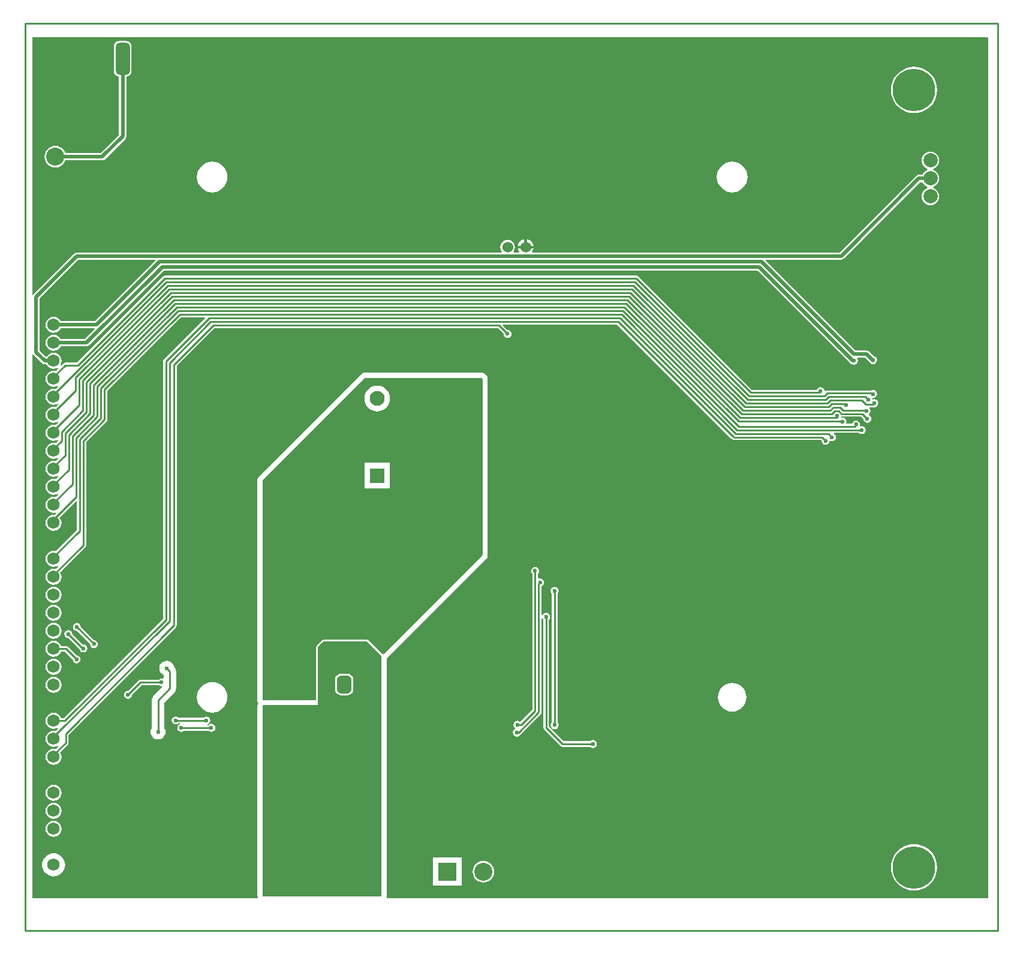
<source format=gbl>
G04*
G04 #@! TF.GenerationSoftware,Altium Limited,CircuitStudio,1.5.2 (30)*
G04*
G04 Layer_Physical_Order=2*
G04 Layer_Color=12500520*
%FSLAX44Y44*%
%MOMM*%
G71*
G01*
G75*
%ADD26C,0.2540*%
%ADD27C,0.5000*%
%ADD29C,0.2500*%
%ADD30R,2.5400X2.5400*%
%ADD31C,2.5400*%
%ADD32C,6.0000*%
%ADD33O,2.5400X3.1750*%
%ADD34R,2.5400X2.5400*%
%ADD35C,4.0000*%
%ADD36C,2.0000*%
G04:AMPARAMS|DCode=37|XSize=2mm|YSize=4mm|CornerRadius=0.5mm|HoleSize=0mm|Usage=FLASHONLY|Rotation=180.000|XOffset=0mm|YOffset=0mm|HoleType=Round|Shape=RoundedRectangle|*
%AMROUNDEDRECTD37*
21,1,2.0000,3.0000,0,0,180.0*
21,1,1.0000,4.0000,0,0,180.0*
1,1,1.0000,-0.5000,1.5000*
1,1,1.0000,0.5000,1.5000*
1,1,1.0000,0.5000,-1.5000*
1,1,1.0000,-0.5000,-1.5000*
%
%ADD37ROUNDEDRECTD37*%
G04:AMPARAMS|DCode=38|XSize=2mm|YSize=4.5mm|CornerRadius=0.5mm|HoleSize=0mm|Usage=FLASHONLY|Rotation=0.000|XOffset=0mm|YOffset=0mm|HoleType=Round|Shape=RoundedRectangle|*
%AMROUNDEDRECTD38*
21,1,2.0000,3.5000,0,0,0.0*
21,1,1.0000,4.5000,0,0,0.0*
1,1,1.0000,0.5000,-1.7500*
1,1,1.0000,-0.5000,-1.7500*
1,1,1.0000,-0.5000,1.7500*
1,1,1.0000,0.5000,1.7500*
%
%ADD38ROUNDEDRECTD38*%
G04:AMPARAMS|DCode=39|XSize=2mm|YSize=4mm|CornerRadius=0.5mm|HoleSize=0mm|Usage=FLASHONLY|Rotation=90.000|XOffset=0mm|YOffset=0mm|HoleType=Round|Shape=RoundedRectangle|*
%AMROUNDEDRECTD39*
21,1,2.0000,3.0000,0,0,90.0*
21,1,1.0000,4.0000,0,0,90.0*
1,1,1.0000,1.5000,0.5000*
1,1,1.0000,1.5000,-0.5000*
1,1,1.0000,-1.5000,-0.5000*
1,1,1.0000,-1.5000,0.5000*
%
%ADD39ROUNDEDRECTD39*%
G04:AMPARAMS|DCode=40|XSize=2mm|YSize=2.5mm|CornerRadius=0.5mm|HoleSize=0mm|Usage=FLASHONLY|Rotation=0.000|XOffset=0mm|YOffset=0mm|HoleType=Round|Shape=RoundedRectangle|*
%AMROUNDEDRECTD40*
21,1,2.0000,1.5000,0,0,0.0*
21,1,1.0000,2.5000,0,0,0.0*
1,1,1.0000,0.5000,-0.7500*
1,1,1.0000,-0.5000,-0.7500*
1,1,1.0000,-0.5000,0.7500*
1,1,1.0000,0.5000,0.7500*
%
%ADD40ROUNDEDRECTD40*%
%ADD41O,2.0000X2.5000*%
%ADD42C,2.1000*%
%ADD43R,2.1000X2.1000*%
%ADD44C,1.5240*%
%ADD45C,1.7500*%
%ADD46C,0.6000*%
G36*
X2104600Y1808406D02*
X2104600Y1468800D01*
X1937798Y1468800D01*
X1936900Y1469698D01*
X1936900Y1738302D01*
X1937798Y1739200D01*
X2014900Y1739200D01*
X2014900Y1820806D01*
X2022994Y1828900D01*
X2084106Y1828900D01*
X2104600Y1808406D01*
D02*
G37*
G36*
X2961500Y2680102D02*
X2961500Y1466000D01*
X2112776D01*
X2111963Y1467270D01*
X2112165Y1468800D01*
X2112165Y1805090D01*
X2112569Y1805378D01*
X2112657Y1805485D01*
X2112768Y1805570D01*
X2251998Y1944800D01*
X2252300Y1945193D01*
X2252651Y1945544D01*
X2252939Y1945920D01*
X2253187Y1946350D01*
X2253201Y1946367D01*
X2253209Y1946387D01*
X2253927Y1947630D01*
X2254299Y1949018D01*
X2254307Y1949038D01*
X2254310Y1949059D01*
X2254438Y1949538D01*
X2254500Y1950008D01*
Y1950504D01*
X2254565Y1950996D01*
X2254565Y2199106D01*
X2254500Y2199598D01*
Y2200094D01*
X2254438Y2200564D01*
X2254310Y2201043D01*
X2254307Y2201064D01*
X2254299Y2201084D01*
X2253927Y2202471D01*
X2253927Y2202471D01*
Y2202471D01*
X2253209Y2203715D01*
X2253201Y2203735D01*
X2253188Y2203752D01*
X2252939Y2204182D01*
X2252651Y2204558D01*
X2252300Y2204908D01*
X2251998Y2205302D01*
X2251802Y2205499D01*
X2251408Y2205800D01*
X2251058Y2206151D01*
X2250681Y2206440D01*
X2250252Y2206687D01*
X2250235Y2206701D01*
X2250215Y2206709D01*
X2248971Y2207427D01*
X2247584Y2207799D01*
X2247564Y2207807D01*
X2247543Y2207810D01*
X2247064Y2207938D01*
X2246594Y2208000D01*
X2246098D01*
X2245606Y2208065D01*
X2081496D01*
X2081004Y2208000D01*
X2080508D01*
X2080038Y2207938D01*
X2079559Y2207810D01*
X2079538Y2207807D01*
X2079518Y2207799D01*
X2078131Y2207427D01*
X2077505Y2207066D01*
X2076887Y2206709D01*
X2076867Y2206701D01*
X2076850Y2206687D01*
X2076420Y2206440D01*
X2076044Y2206151D01*
X2075694Y2205800D01*
X2075300Y2205499D01*
X2003401Y2133599D01*
X1931501Y2061700D01*
X1931200Y2061306D01*
X1930849Y2060956D01*
X1930560Y2060580D01*
X1930560Y2060580D01*
X1930560Y2060580D01*
X1930312Y2060150D01*
X1930299Y2060133D01*
X1930291Y2060113D01*
X1929935Y2059496D01*
X1929573Y2058869D01*
Y2058869D01*
X1929573Y2058869D01*
X1929201Y2057482D01*
X1929193Y2057462D01*
X1929190Y2057441D01*
X1929062Y2056962D01*
X1929000Y2056492D01*
Y2055996D01*
X1928935Y2055504D01*
X1928935Y1746898D01*
X1929193Y1744940D01*
X1929414Y1744406D01*
X1929948Y1743116D01*
X1930544Y1742339D01*
X1930349Y1742084D01*
X1929814Y1740794D01*
X1929593Y1740260D01*
X1929335Y1738302D01*
X1929335Y1469698D01*
X1929593Y1467740D01*
X1929814Y1467206D01*
X1929876Y1467056D01*
X1929171Y1466000D01*
X1612398D01*
X1611500Y1466898D01*
X1611500Y2233873D01*
X1612770Y2234259D01*
X1613366Y2233366D01*
X1625666Y2221066D01*
X1627333Y2219952D01*
X1629300Y2219561D01*
X1631408D01*
X1631638Y2219006D01*
X1633448Y2216648D01*
X1635806Y2214838D01*
X1638553Y2213700D01*
X1641500Y2213312D01*
X1644447Y2213700D01*
X1647194Y2214838D01*
X1647429Y2215018D01*
X1648268Y2214062D01*
X1644488Y2210282D01*
X1644447Y2210299D01*
X1641500Y2210687D01*
X1638553Y2210299D01*
X1635806Y2209162D01*
X1633448Y2207352D01*
X1631638Y2204993D01*
X1630500Y2202247D01*
X1630112Y2199300D01*
X1630500Y2196353D01*
X1631638Y2193606D01*
X1633448Y2191248D01*
X1635806Y2189438D01*
X1638553Y2188300D01*
X1641500Y2187912D01*
X1644447Y2188300D01*
X1647194Y2189438D01*
X1647429Y2189619D01*
X1648268Y2188662D01*
X1644488Y2184882D01*
X1644447Y2184899D01*
X1641500Y2185287D01*
X1638553Y2184899D01*
X1635806Y2183762D01*
X1633448Y2181952D01*
X1631638Y2179594D01*
X1630500Y2176847D01*
X1630112Y2173900D01*
X1630500Y2170953D01*
X1631638Y2168206D01*
X1633448Y2165848D01*
X1635806Y2164038D01*
X1638553Y2162900D01*
X1641500Y2162512D01*
X1644447Y2162900D01*
X1647194Y2164038D01*
X1647429Y2164218D01*
X1648268Y2163262D01*
X1644488Y2159482D01*
X1644447Y2159499D01*
X1641500Y2159887D01*
X1638553Y2159499D01*
X1635806Y2158362D01*
X1633448Y2156552D01*
X1631638Y2154194D01*
X1630500Y2151447D01*
X1630112Y2148500D01*
X1630500Y2145553D01*
X1631638Y2142806D01*
X1633448Y2140448D01*
X1635806Y2138638D01*
X1638553Y2137500D01*
X1641500Y2137112D01*
X1644447Y2137500D01*
X1647194Y2138638D01*
X1647429Y2138819D01*
X1648268Y2137862D01*
X1644488Y2134082D01*
X1644447Y2134099D01*
X1641500Y2134487D01*
X1638553Y2134099D01*
X1635806Y2132962D01*
X1633448Y2131152D01*
X1631638Y2128793D01*
X1630500Y2126047D01*
X1630112Y2123100D01*
X1630500Y2120153D01*
X1631638Y2117406D01*
X1633448Y2115048D01*
X1635806Y2113238D01*
X1638553Y2112100D01*
X1641500Y2111712D01*
X1644447Y2112100D01*
X1647194Y2113238D01*
X1647429Y2113418D01*
X1648268Y2112462D01*
X1644488Y2108682D01*
X1644447Y2108699D01*
X1641500Y2109087D01*
X1638553Y2108699D01*
X1635806Y2107562D01*
X1633448Y2105752D01*
X1631638Y2103394D01*
X1630500Y2100647D01*
X1630112Y2097700D01*
X1630500Y2094753D01*
X1631638Y2092006D01*
X1633448Y2089648D01*
X1635806Y2087838D01*
X1638553Y2086700D01*
X1641500Y2086312D01*
X1644447Y2086700D01*
X1647194Y2087838D01*
X1647429Y2088018D01*
X1648268Y2087062D01*
X1644488Y2083282D01*
X1644447Y2083299D01*
X1641500Y2083687D01*
X1638553Y2083299D01*
X1635806Y2082162D01*
X1633448Y2080352D01*
X1631638Y2077993D01*
X1630500Y2075247D01*
X1630112Y2072300D01*
X1630500Y2069353D01*
X1631638Y2066606D01*
X1633448Y2064248D01*
X1635806Y2062438D01*
X1638553Y2061300D01*
X1641500Y2060912D01*
X1644447Y2061300D01*
X1647194Y2062438D01*
X1647429Y2062619D01*
X1648268Y2061662D01*
X1644488Y2057882D01*
X1644447Y2057899D01*
X1641500Y2058287D01*
X1638553Y2057899D01*
X1635806Y2056762D01*
X1633448Y2054952D01*
X1631638Y2052594D01*
X1630500Y2049847D01*
X1630112Y2046900D01*
X1630500Y2043953D01*
X1631638Y2041206D01*
X1633448Y2038848D01*
X1635806Y2037038D01*
X1638553Y2035900D01*
X1641500Y2035512D01*
X1644447Y2035900D01*
X1647194Y2037038D01*
X1647429Y2037218D01*
X1648268Y2036262D01*
X1644488Y2032482D01*
X1644447Y2032499D01*
X1641500Y2032887D01*
X1638553Y2032499D01*
X1635806Y2031362D01*
X1633448Y2029552D01*
X1631638Y2027193D01*
X1630500Y2024447D01*
X1630112Y2021500D01*
X1630500Y2018553D01*
X1631638Y2015806D01*
X1633448Y2013448D01*
X1635806Y2011638D01*
X1638553Y2010500D01*
X1641500Y2010112D01*
X1644020Y2010444D01*
X1644614Y2009242D01*
X1642701Y2007329D01*
X1641500Y2007487D01*
X1638553Y2007099D01*
X1635806Y2005962D01*
X1633448Y2004152D01*
X1631638Y2001794D01*
X1630500Y1999047D01*
X1630112Y1996100D01*
X1630500Y1993153D01*
X1631638Y1990406D01*
X1633448Y1988048D01*
X1635806Y1986238D01*
X1638553Y1985100D01*
X1641500Y1984712D01*
X1644447Y1985100D01*
X1647194Y1986238D01*
X1649552Y1988048D01*
X1651362Y1990406D01*
X1652499Y1993153D01*
X1652887Y1996100D01*
X1652499Y1999047D01*
X1651362Y2001794D01*
X1649969Y2003609D01*
X1673362Y2027003D01*
X1674535Y2026517D01*
Y1986329D01*
X1644488Y1956282D01*
X1644447Y1956299D01*
X1641500Y1956687D01*
X1638553Y1956299D01*
X1635806Y1955162D01*
X1633448Y1953352D01*
X1631638Y1950993D01*
X1630500Y1948247D01*
X1630112Y1945300D01*
X1630500Y1942353D01*
X1631638Y1939606D01*
X1633448Y1937248D01*
X1635806Y1935438D01*
X1638553Y1934300D01*
X1641500Y1933912D01*
X1644447Y1934300D01*
X1647194Y1935438D01*
X1647429Y1935618D01*
X1648268Y1934662D01*
X1644488Y1930882D01*
X1644447Y1930899D01*
X1641500Y1931287D01*
X1638553Y1930899D01*
X1635806Y1929762D01*
X1633448Y1927952D01*
X1631638Y1925594D01*
X1630500Y1922847D01*
X1630112Y1919900D01*
X1630500Y1916953D01*
X1631638Y1914206D01*
X1633448Y1911848D01*
X1635806Y1910038D01*
X1638553Y1908900D01*
X1641500Y1908512D01*
X1644447Y1908900D01*
X1647194Y1910038D01*
X1649552Y1911848D01*
X1651362Y1914206D01*
X1652499Y1916953D01*
X1652887Y1919900D01*
X1652499Y1922847D01*
X1651362Y1925594D01*
X1650852Y1926258D01*
X1686247Y1961653D01*
X1687089Y1962913D01*
X1687385Y1964400D01*
Y2110391D01*
X1716247Y2139253D01*
X1717089Y2140513D01*
X1717385Y2142000D01*
Y2182549D01*
X1821191Y2286355D01*
X1855334D01*
X1855820Y2285182D01*
X1797283Y2226645D01*
X1796441Y2225385D01*
X1796145Y2223898D01*
Y1861123D01*
X1655607Y1720585D01*
X1652111D01*
X1651362Y1722393D01*
X1649552Y1724752D01*
X1647194Y1726562D01*
X1644447Y1727699D01*
X1641500Y1728087D01*
X1638553Y1727699D01*
X1635806Y1726562D01*
X1633448Y1724752D01*
X1631638Y1722393D01*
X1630500Y1719647D01*
X1630112Y1716700D01*
X1630500Y1713753D01*
X1631638Y1711006D01*
X1633448Y1708648D01*
X1635806Y1706838D01*
X1638553Y1705700D01*
X1641500Y1705312D01*
X1644447Y1705700D01*
X1647194Y1706838D01*
X1647429Y1707018D01*
X1648268Y1706062D01*
X1644488Y1702282D01*
X1644447Y1702299D01*
X1641500Y1702687D01*
X1638553Y1702299D01*
X1635806Y1701162D01*
X1633448Y1699352D01*
X1631638Y1696994D01*
X1630500Y1694247D01*
X1630112Y1691300D01*
X1630500Y1688353D01*
X1631638Y1685606D01*
X1633448Y1683248D01*
X1635806Y1681438D01*
X1638553Y1680300D01*
X1641500Y1679912D01*
X1644447Y1680300D01*
X1647194Y1681438D01*
X1647429Y1681618D01*
X1648268Y1680662D01*
X1644488Y1676882D01*
X1644447Y1676899D01*
X1641500Y1677287D01*
X1638553Y1676899D01*
X1635806Y1675762D01*
X1633448Y1673952D01*
X1631638Y1671593D01*
X1630500Y1668847D01*
X1630112Y1665900D01*
X1630500Y1662953D01*
X1631638Y1660206D01*
X1633448Y1657848D01*
X1635806Y1656038D01*
X1638553Y1654900D01*
X1641500Y1654512D01*
X1644447Y1654900D01*
X1647194Y1656038D01*
X1649552Y1657848D01*
X1651362Y1660206D01*
X1652499Y1662953D01*
X1652887Y1665900D01*
X1652499Y1668847D01*
X1651362Y1671593D01*
X1650852Y1672258D01*
X1661653Y1683059D01*
X1662495Y1684320D01*
X1662791Y1685806D01*
Y1697047D01*
X1814247Y1848503D01*
X1815089Y1849763D01*
X1815385Y1851250D01*
Y2217891D01*
X1868609Y2271115D01*
X2268641D01*
X2276877Y2262879D01*
X2276851Y2262750D01*
X2277281Y2260588D01*
X2278506Y2258756D01*
X2280338Y2257531D01*
X2282500Y2257101D01*
X2284662Y2257531D01*
X2286494Y2258756D01*
X2287718Y2260588D01*
X2288148Y2262750D01*
X2287718Y2264911D01*
X2286494Y2266744D01*
X2284662Y2267968D01*
X2282500Y2268398D01*
X2282371Y2268373D01*
X2275722Y2275022D01*
X2276208Y2276195D01*
X2436811D01*
X2596953Y2116053D01*
X2598214Y2115211D01*
X2598710Y2115112D01*
X2599809Y2114013D01*
X2601069Y2113171D01*
X2602556Y2112875D01*
X2724965D01*
X2725851Y2112000D01*
X2726281Y2109838D01*
X2727506Y2108006D01*
X2729338Y2106781D01*
X2731500Y2106351D01*
X2733661Y2106781D01*
X2735494Y2108006D01*
X2736719Y2109838D01*
X2736982Y2111161D01*
X2738338Y2111781D01*
X2740500Y2111351D01*
X2742662Y2111781D01*
X2744494Y2113006D01*
X2745719Y2114838D01*
X2746148Y2117000D01*
X2745719Y2119162D01*
X2744494Y2120994D01*
X2743340Y2121765D01*
X2743725Y2123035D01*
X2778486D01*
X2778506Y2123006D01*
X2780338Y2121781D01*
X2782500Y2121351D01*
X2784662Y2121781D01*
X2786494Y2123006D01*
X2787719Y2124838D01*
X2788148Y2127000D01*
X2787719Y2129162D01*
X2786494Y2130994D01*
X2784662Y2132218D01*
X2782500Y2132648D01*
X2780810Y2132312D01*
X2780725Y2132354D01*
X2779854Y2133225D01*
X2779812Y2133310D01*
X2780149Y2135000D01*
X2779719Y2137162D01*
X2778494Y2138994D01*
X2776662Y2140219D01*
X2774500Y2140648D01*
X2772338Y2140219D01*
X2770506Y2138994D01*
X2769281Y2137162D01*
X2769027Y2135885D01*
X2761492D01*
X2760782Y2137155D01*
X2761148Y2139000D01*
X2760719Y2141162D01*
X2759494Y2142994D01*
X2757662Y2144218D01*
X2755500Y2144648D01*
X2754909Y2144531D01*
X2753882Y2145463D01*
X2754131Y2146115D01*
X2781891D01*
X2784877Y2143129D01*
X2784851Y2143000D01*
X2785281Y2140838D01*
X2786506Y2139006D01*
X2788338Y2137781D01*
X2790500Y2137352D01*
X2792662Y2137781D01*
X2794494Y2139006D01*
X2795719Y2140838D01*
X2796148Y2143000D01*
X2795719Y2145162D01*
X2794494Y2146994D01*
X2792883Y2148070D01*
X2792706Y2148987D01*
X2792735Y2149499D01*
X2793494Y2150006D01*
X2794719Y2151838D01*
X2795149Y2154000D01*
X2794719Y2156162D01*
X2793494Y2157994D01*
X2793432Y2158035D01*
X2793818Y2159305D01*
X2798690D01*
X2799711Y2159508D01*
X2800500Y2159352D01*
X2802662Y2159781D01*
X2804494Y2161006D01*
X2805718Y2162838D01*
X2806148Y2165000D01*
X2805718Y2167162D01*
X2804494Y2168994D01*
X2802662Y2170219D01*
X2800500Y2170648D01*
X2798926Y2170335D01*
X2797630Y2171157D01*
X2797610Y2171266D01*
X2798500Y2172352D01*
X2800662Y2172781D01*
X2802494Y2174006D01*
X2803719Y2175838D01*
X2804149Y2178000D01*
X2803719Y2180162D01*
X2802494Y2181994D01*
X2800662Y2183219D01*
X2798500Y2183649D01*
X2796339Y2183219D01*
X2796153Y2183095D01*
X2734158D01*
X2732672Y2182799D01*
X2731411Y2181957D01*
X2731318Y2181863D01*
X2730067Y2182409D01*
X2729719Y2184162D01*
X2728494Y2185994D01*
X2726662Y2187218D01*
X2724500Y2187648D01*
X2722338Y2187218D01*
X2720506Y2185994D01*
X2719281Y2184162D01*
X2719178Y2183645D01*
X2627375D01*
X2467233Y2343787D01*
X2465973Y2344629D01*
X2464486Y2344924D01*
X1798540D01*
X1797053Y2344629D01*
X1795793Y2343787D01*
X1674281Y2222275D01*
X1658090D01*
X1656603Y2221979D01*
X1655343Y2221137D01*
X1652138Y2217932D01*
X1651181Y2218771D01*
X1651362Y2219006D01*
X1652499Y2221753D01*
X1652887Y2224700D01*
X1652499Y2227647D01*
X1651362Y2230394D01*
X1649552Y2232752D01*
X1647194Y2234562D01*
X1644447Y2235699D01*
X1641500Y2236087D01*
X1638553Y2235699D01*
X1635806Y2234562D01*
X1633448Y2232752D01*
X1632086Y2230977D01*
X1630518Y2230748D01*
X1622139Y2239128D01*
Y2312871D01*
X1676628Y2367361D01*
X1784935D01*
X1785421Y2366188D01*
X1699872Y2280639D01*
X1651591D01*
X1651362Y2281194D01*
X1649552Y2283552D01*
X1647194Y2285362D01*
X1644447Y2286499D01*
X1641500Y2286887D01*
X1638553Y2286499D01*
X1635806Y2285362D01*
X1633448Y2283552D01*
X1631638Y2281194D01*
X1630500Y2278447D01*
X1630112Y2275500D01*
X1630500Y2272553D01*
X1631638Y2269806D01*
X1633448Y2267448D01*
X1635806Y2265638D01*
X1638553Y2264500D01*
X1641500Y2264112D01*
X1644447Y2264500D01*
X1647194Y2265638D01*
X1649552Y2267448D01*
X1651362Y2269806D01*
X1651592Y2270361D01*
X1698935D01*
X1699421Y2269188D01*
X1685471Y2255239D01*
X1651591D01*
X1651362Y2255793D01*
X1649552Y2258152D01*
X1647194Y2259962D01*
X1644447Y2261099D01*
X1641500Y2261487D01*
X1638553Y2261099D01*
X1635806Y2259962D01*
X1633448Y2258152D01*
X1631638Y2255793D01*
X1630500Y2253047D01*
X1630112Y2250100D01*
X1630500Y2247153D01*
X1631638Y2244406D01*
X1633448Y2242048D01*
X1635806Y2240238D01*
X1638553Y2239100D01*
X1641500Y2238712D01*
X1644447Y2239100D01*
X1647194Y2240238D01*
X1649552Y2242048D01*
X1651362Y2244406D01*
X1651592Y2244961D01*
X1687600D01*
X1689566Y2245352D01*
X1691234Y2246466D01*
X1797048Y2352281D01*
X2635615D01*
X2766530Y2221366D01*
X2768197Y2220252D01*
X2768819Y2220129D01*
X2769338Y2219781D01*
X2771500Y2219352D01*
X2773661Y2219781D01*
X2775494Y2221006D01*
X2776719Y2222838D01*
X2777148Y2225000D01*
X2776719Y2227162D01*
X2776331Y2227741D01*
X2776930Y2228861D01*
X2787372D01*
X2794866Y2221366D01*
X2796534Y2220252D01*
X2798500Y2219861D01*
X2800467Y2220252D01*
X2802133Y2221366D01*
X2803248Y2223033D01*
X2803276Y2223176D01*
X2803719Y2223838D01*
X2804149Y2226000D01*
X2803719Y2228162D01*
X2802494Y2229994D01*
X2800662Y2231219D01*
X2799272Y2231495D01*
X2793134Y2237634D01*
X2791466Y2238748D01*
X2789500Y2239139D01*
X2773955D01*
X2646906Y2366188D01*
X2647392Y2367361D01*
X2753500D01*
X2755466Y2367752D01*
X2757133Y2368866D01*
X2865128Y2476861D01*
X2868055D01*
X2868546Y2475676D01*
X2870556Y2473056D01*
X2873176Y2471046D01*
X2875733Y2469987D01*
Y2468613D01*
X2873176Y2467554D01*
X2870556Y2465544D01*
X2868546Y2462924D01*
X2867283Y2459874D01*
X2866852Y2456600D01*
X2867283Y2453326D01*
X2868546Y2450276D01*
X2870556Y2447656D01*
X2873176Y2445646D01*
X2876227Y2444383D01*
X2879500Y2443952D01*
X2882774Y2444383D01*
X2885824Y2445646D01*
X2888444Y2447656D01*
X2890454Y2450276D01*
X2891717Y2453326D01*
X2892148Y2456600D01*
X2891717Y2459874D01*
X2890454Y2462924D01*
X2888444Y2465544D01*
X2885824Y2467554D01*
X2883268Y2468613D01*
Y2469987D01*
X2885824Y2471046D01*
X2888444Y2473056D01*
X2890454Y2475676D01*
X2891717Y2478726D01*
X2892148Y2482000D01*
X2891717Y2485274D01*
X2890454Y2488324D01*
X2888444Y2490944D01*
X2885824Y2492954D01*
X2883268Y2494013D01*
Y2495387D01*
X2885824Y2496446D01*
X2888444Y2498456D01*
X2890454Y2501076D01*
X2891717Y2504126D01*
X2892148Y2507400D01*
X2891717Y2510674D01*
X2890454Y2513724D01*
X2888444Y2516344D01*
X2885824Y2518354D01*
X2882774Y2519617D01*
X2879500Y2520048D01*
X2876227Y2519617D01*
X2873176Y2518354D01*
X2870556Y2516344D01*
X2868546Y2513724D01*
X2867283Y2510674D01*
X2866852Y2507400D01*
X2867283Y2504126D01*
X2868546Y2501076D01*
X2870556Y2498456D01*
X2873176Y2496446D01*
X2875733Y2495387D01*
Y2494013D01*
X2873176Y2492954D01*
X2870556Y2490944D01*
X2868546Y2488324D01*
X2868055Y2487139D01*
X2863000D01*
X2861034Y2486748D01*
X2859366Y2485634D01*
X2751371Y2377639D01*
X2317612D01*
X2317050Y2378778D01*
X2317713Y2379642D01*
X2318834Y2382347D01*
X2318985Y2383500D01*
X2308000D01*
X2297014D01*
X2297166Y2382347D01*
X2298287Y2379642D01*
X2298950Y2378778D01*
X2298388Y2377639D01*
X2291167D01*
X2290540Y2378909D01*
X2291475Y2380126D01*
X2292498Y2382598D01*
X2292848Y2385250D01*
X2292498Y2387902D01*
X2291475Y2390374D01*
X2289846Y2392496D01*
X2287724Y2394125D01*
X2285252Y2395148D01*
X2282600Y2395497D01*
X2279948Y2395148D01*
X2277476Y2394125D01*
X2275354Y2392496D01*
X2273725Y2390374D01*
X2272701Y2387902D01*
X2272352Y2385250D01*
X2272701Y2382598D01*
X2273725Y2380126D01*
X2274659Y2378909D01*
X2274033Y2377639D01*
X1674500D01*
X1672533Y2377247D01*
X1670866Y2376134D01*
X1613366Y2318634D01*
X1612770Y2317741D01*
X1611500Y2318126D01*
X1611500Y2681000D01*
X2960602D01*
X2961500Y2680102D01*
D02*
G37*
G36*
X2246076Y2200438D02*
X2246453Y2200149D01*
X2246649Y2199953D01*
X2246938Y2199576D01*
X2247000Y2199106D01*
X2247000Y1950996D01*
X2246938Y1950526D01*
X2246649Y1950149D01*
X2107419Y1810919D01*
X2105686Y1810982D01*
X2085937Y1830731D01*
X2085097Y1831293D01*
X2084106Y1831490D01*
X2022994Y1831490D01*
X2022003Y1831293D01*
X2021162Y1830731D01*
X2013069Y1822637D01*
X2012507Y1821797D01*
X2012310Y1820806D01*
X2012310Y1746000D01*
X1937398Y1746000D01*
X1936500Y1746898D01*
X1936500Y2055504D01*
X1936562Y2055974D01*
X1936850Y2056351D01*
X2008750Y2128250D01*
X2080649Y2200149D01*
X2081026Y2200438D01*
X2081496Y2200500D01*
X2245606D01*
X2246076Y2200438D01*
D02*
G37*
%LPC*%
G36*
X1865400Y1771544D02*
X1861177Y1771128D01*
X1857117Y1769897D01*
X1853375Y1767897D01*
X1850095Y1765205D01*
X1847404Y1761925D01*
X1845403Y1758183D01*
X1844172Y1754123D01*
X1843756Y1749900D01*
X1844172Y1745677D01*
X1845403Y1741617D01*
X1847404Y1737875D01*
X1850095Y1734595D01*
X1853375Y1731904D01*
X1857117Y1729903D01*
X1861177Y1728672D01*
X1865400Y1728256D01*
X1869623Y1728672D01*
X1873683Y1729903D01*
X1877425Y1731904D01*
X1880705Y1734595D01*
X1883396Y1737875D01*
X1885397Y1741617D01*
X1886628Y1745677D01*
X1887044Y1749900D01*
X1886628Y1754123D01*
X1885397Y1758183D01*
X1883396Y1761925D01*
X1880705Y1765205D01*
X1877425Y1767897D01*
X1873683Y1769897D01*
X1869623Y1771128D01*
X1865400Y1771544D01*
D02*
G37*
G36*
X1857250Y1722898D02*
X1855088Y1722468D01*
X1853256Y1721244D01*
X1853183Y1721134D01*
X1818067D01*
X1817994Y1721244D01*
X1816161Y1722468D01*
X1814000Y1722898D01*
X1811838Y1722468D01*
X1810006Y1721244D01*
X1808781Y1719411D01*
X1808351Y1717250D01*
X1808781Y1715088D01*
X1810006Y1713256D01*
X1811838Y1712031D01*
X1814000Y1711601D01*
X1816161Y1712031D01*
X1817994Y1713256D01*
X1818067Y1713365D01*
X1820101D01*
X1820226Y1712095D01*
X1819588Y1711968D01*
X1817756Y1710744D01*
X1816531Y1708911D01*
X1816101Y1706750D01*
X1816531Y1704588D01*
X1817756Y1702756D01*
X1819588Y1701531D01*
X1821750Y1701101D01*
X1823911Y1701531D01*
X1825744Y1702756D01*
X1825817Y1702865D01*
X1860183D01*
X1860256Y1702756D01*
X1862088Y1701531D01*
X1864250Y1701101D01*
X1866411Y1701531D01*
X1868244Y1702756D01*
X1869468Y1704588D01*
X1869898Y1706750D01*
X1869468Y1708911D01*
X1868244Y1710744D01*
X1866411Y1711968D01*
X1864250Y1712398D01*
X1862088Y1711968D01*
X1860256Y1710744D01*
X1860183Y1710634D01*
X1858899D01*
X1858774Y1711904D01*
X1859411Y1712031D01*
X1861244Y1713256D01*
X1862468Y1715088D01*
X1862898Y1717250D01*
X1862468Y1719411D01*
X1861244Y1721244D01*
X1859411Y1722468D01*
X1857250Y1722898D01*
D02*
G37*
G36*
X2349000Y1905648D02*
X2346838Y1905218D01*
X2345006Y1903994D01*
X2343781Y1902161D01*
X2343351Y1900000D01*
X2343781Y1897838D01*
X2345006Y1896006D01*
X2345113Y1895934D01*
Y1714828D01*
X2345004Y1714754D01*
X2343779Y1712922D01*
X2343350Y1710760D01*
X2343779Y1708599D01*
X2345004Y1706766D01*
X2346837Y1705542D01*
X2348998Y1705112D01*
X2351160Y1705542D01*
X2352992Y1706766D01*
X2354217Y1708599D01*
X2354647Y1710760D01*
X2354217Y1712922D01*
X2352992Y1714754D01*
X2352883Y1714828D01*
Y1895931D01*
X2352994Y1896006D01*
X2354218Y1897838D01*
X2354648Y1900000D01*
X2354218Y1902161D01*
X2352994Y1903994D01*
X2351161Y1905218D01*
X2349000Y1905648D01*
D02*
G37*
G36*
X2056900Y1783105D02*
X2046900D01*
X2044932Y1782846D01*
X2043098Y1782086D01*
X2041522Y1780878D01*
X2040314Y1779303D01*
X2039554Y1777468D01*
X2039295Y1775500D01*
Y1760500D01*
X2039554Y1758532D01*
X2040314Y1756698D01*
X2041522Y1755122D01*
X2043098Y1753914D01*
X2044932Y1753154D01*
X2046900Y1752895D01*
X2056900D01*
X2058868Y1753154D01*
X2060703Y1753914D01*
X2062278Y1755122D01*
X2063486Y1756698D01*
X2064246Y1758532D01*
X2064505Y1760500D01*
Y1775500D01*
X2064246Y1777468D01*
X2063486Y1779303D01*
X2062278Y1780878D01*
X2060703Y1782086D01*
X2058868Y1782846D01*
X2056900Y1783105D01*
D02*
G37*
G36*
X1641500Y1778887D02*
X1638553Y1778499D01*
X1635806Y1777362D01*
X1633448Y1775552D01*
X1631638Y1773194D01*
X1630500Y1770447D01*
X1630112Y1767500D01*
X1630500Y1764553D01*
X1631638Y1761806D01*
X1633448Y1759448D01*
X1635806Y1757638D01*
X1638553Y1756500D01*
X1641500Y1756112D01*
X1644447Y1756500D01*
X1647194Y1757638D01*
X1649552Y1759448D01*
X1651362Y1761806D01*
X1652499Y1764553D01*
X1652887Y1767500D01*
X1652499Y1770447D01*
X1651362Y1773194D01*
X1649552Y1775552D01*
X1647194Y1777362D01*
X1644447Y1778499D01*
X1641500Y1778887D01*
D02*
G37*
G36*
X2599600Y1770037D02*
X2595671Y1769650D01*
X2591894Y1768504D01*
X2588412Y1766643D01*
X2585361Y1764139D01*
X2582857Y1761087D01*
X2580996Y1757606D01*
X2579850Y1753828D01*
X2579463Y1749900D01*
X2579850Y1745972D01*
X2580996Y1742194D01*
X2582857Y1738712D01*
X2585361Y1735661D01*
X2588412Y1733157D01*
X2591894Y1731296D01*
X2595671Y1730150D01*
X2599600Y1729763D01*
X2603528Y1730150D01*
X2607306Y1731296D01*
X2610787Y1733157D01*
X2613839Y1735661D01*
X2616343Y1738712D01*
X2618204Y1742194D01*
X2619350Y1745972D01*
X2619737Y1749900D01*
X2619350Y1753828D01*
X2618204Y1757606D01*
X2616343Y1761087D01*
X2613839Y1764139D01*
X2610787Y1766643D01*
X2607306Y1768504D01*
X2603528Y1769650D01*
X2599600Y1770037D01*
D02*
G37*
G36*
X2248498Y1519314D02*
X2245510Y1519019D01*
X2242638Y1518148D01*
X2239990Y1516733D01*
X2237670Y1514828D01*
X2235765Y1512508D01*
X2234350Y1509860D01*
X2233479Y1506988D01*
X2233184Y1504000D01*
X2233479Y1501012D01*
X2234350Y1498140D01*
X2235765Y1495492D01*
X2237670Y1493172D01*
X2239990Y1491267D01*
X2242638Y1489852D01*
X2245510Y1488981D01*
X2248498Y1488686D01*
X2251485Y1488981D01*
X2254358Y1489852D01*
X2257006Y1491267D01*
X2259326Y1493172D01*
X2261231Y1495492D01*
X2262646Y1498140D01*
X2263517Y1501012D01*
X2263812Y1504000D01*
X2263517Y1506988D01*
X2262646Y1509860D01*
X2261231Y1512508D01*
X2259326Y1514828D01*
X2257006Y1516733D01*
X2254358Y1518148D01*
X2251485Y1519019D01*
X2248498Y1519314D01*
D02*
G37*
G36*
X1641500Y1529828D02*
X1638314Y1529515D01*
X1635251Y1528586D01*
X1632428Y1527077D01*
X1629954Y1525046D01*
X1627923Y1522572D01*
X1626414Y1519749D01*
X1625485Y1516685D01*
X1625171Y1513500D01*
X1625485Y1510314D01*
X1626414Y1507251D01*
X1627923Y1504428D01*
X1629954Y1501954D01*
X1632428Y1499923D01*
X1635251Y1498414D01*
X1638314Y1497485D01*
X1641500Y1497171D01*
X1644685Y1497485D01*
X1647749Y1498414D01*
X1650572Y1499923D01*
X1653046Y1501954D01*
X1655077Y1504428D01*
X1656586Y1507251D01*
X1657515Y1510314D01*
X1657829Y1513500D01*
X1657515Y1516685D01*
X1656586Y1519749D01*
X1655077Y1522572D01*
X1653046Y1525046D01*
X1650572Y1527077D01*
X1647749Y1528586D01*
X1644685Y1529515D01*
X1641500Y1529828D01*
D02*
G37*
G36*
X2856500Y1542641D02*
X2851394Y1542239D01*
X2846413Y1541043D01*
X2841682Y1539083D01*
X2837314Y1536407D01*
X2833419Y1533080D01*
X2830093Y1529185D01*
X2827417Y1524818D01*
X2825457Y1520086D01*
X2824261Y1515106D01*
X2823859Y1510000D01*
X2824261Y1504894D01*
X2825457Y1499913D01*
X2827417Y1495181D01*
X2830093Y1490814D01*
X2833419Y1486920D01*
X2837314Y1483593D01*
X2841682Y1480917D01*
X2846413Y1478957D01*
X2851394Y1477761D01*
X2856500Y1477359D01*
X2861606Y1477761D01*
X2866586Y1478957D01*
X2871318Y1480917D01*
X2875685Y1483593D01*
X2879580Y1486920D01*
X2882907Y1490814D01*
X2885583Y1495181D01*
X2887543Y1499913D01*
X2888739Y1504894D01*
X2889141Y1510000D01*
X2888739Y1515106D01*
X2887543Y1520086D01*
X2885583Y1524818D01*
X2882907Y1529185D01*
X2879580Y1533080D01*
X2875685Y1536407D01*
X2871318Y1539083D01*
X2866586Y1541043D01*
X2861606Y1542239D01*
X2856500Y1542641D01*
D02*
G37*
G36*
X2217898Y1524200D02*
X2177498D01*
Y1483800D01*
X2217898D01*
Y1524200D01*
D02*
G37*
G36*
X1641500Y1626487D02*
X1638553Y1626099D01*
X1635806Y1624962D01*
X1633448Y1623152D01*
X1631638Y1620793D01*
X1630500Y1618047D01*
X1630112Y1615100D01*
X1630500Y1612153D01*
X1631638Y1609406D01*
X1633448Y1607048D01*
X1635806Y1605238D01*
X1638553Y1604100D01*
X1641500Y1603712D01*
X1644447Y1604100D01*
X1647194Y1605238D01*
X1649552Y1607048D01*
X1651362Y1609406D01*
X1652499Y1612153D01*
X1652887Y1615100D01*
X1652499Y1618047D01*
X1651362Y1620793D01*
X1649552Y1623152D01*
X1647194Y1624962D01*
X1644447Y1626099D01*
X1641500Y1626487D01*
D02*
G37*
G36*
X2321500Y1934148D02*
X2319338Y1933718D01*
X2317506Y1932494D01*
X2316281Y1930661D01*
X2315851Y1928500D01*
X2316281Y1926338D01*
X2317506Y1924506D01*
X2317615Y1924433D01*
Y1732609D01*
X2300198Y1715192D01*
X2298661Y1716218D01*
X2296500Y1716648D01*
X2294338Y1716218D01*
X2292506Y1714994D01*
X2291281Y1713161D01*
X2290851Y1711000D01*
X2291281Y1708838D01*
X2292506Y1707006D01*
X2293129Y1706589D01*
X2293172Y1706449D01*
X2293042Y1705120D01*
X2291656Y1704194D01*
X2290431Y1702361D01*
X2290001Y1700200D01*
X2290431Y1698038D01*
X2291656Y1696206D01*
X2293488Y1694981D01*
X2295650Y1694551D01*
X2297811Y1694981D01*
X2299644Y1696206D01*
X2300018Y1696766D01*
X2301047Y1697453D01*
X2329327Y1725733D01*
X2330169Y1726993D01*
X2330465Y1728480D01*
Y1861159D01*
X2331733Y1861290D01*
X2332958Y1859458D01*
X2333067Y1859385D01*
Y1707048D01*
X2333363Y1705561D01*
X2334205Y1704301D01*
X2357270Y1681236D01*
X2358530Y1680394D01*
X2360016Y1680099D01*
X2398949D01*
X2399022Y1679989D01*
X2400855Y1678765D01*
X2403017Y1678335D01*
X2405178Y1678765D01*
X2407011Y1679989D01*
X2408235Y1681822D01*
X2408665Y1683983D01*
X2408235Y1686145D01*
X2407011Y1687977D01*
X2405178Y1689202D01*
X2403017Y1689632D01*
X2400855Y1689202D01*
X2399022Y1687977D01*
X2398949Y1687868D01*
X2361626D01*
X2340836Y1708657D01*
Y1859385D01*
X2340946Y1859458D01*
X2342170Y1861290D01*
X2342600Y1863452D01*
X2342170Y1865613D01*
X2340946Y1867446D01*
X2339113Y1868670D01*
X2336952Y1869100D01*
X2334790Y1868670D01*
X2332958Y1867446D01*
X2331733Y1865614D01*
X2330465Y1865745D01*
Y1906780D01*
X2330471Y1906781D01*
X2332304Y1908006D01*
X2333528Y1909838D01*
X2333958Y1912000D01*
X2333528Y1914162D01*
X2332304Y1915994D01*
X2330471Y1917218D01*
X2328310Y1917648D01*
X2326655Y1917319D01*
X2325385Y1918119D01*
Y1924433D01*
X2325494Y1924506D01*
X2326718Y1926338D01*
X2327148Y1928500D01*
X2326718Y1930661D01*
X2325494Y1932494D01*
X2323661Y1933718D01*
X2321500Y1934148D01*
D02*
G37*
G36*
X1641500Y1575687D02*
X1638553Y1575299D01*
X1635806Y1574162D01*
X1633448Y1572352D01*
X1631638Y1569993D01*
X1630500Y1567247D01*
X1630112Y1564300D01*
X1630500Y1561353D01*
X1631638Y1558606D01*
X1633448Y1556248D01*
X1635806Y1554438D01*
X1638553Y1553300D01*
X1641500Y1552912D01*
X1644447Y1553300D01*
X1647194Y1554438D01*
X1649552Y1556248D01*
X1651362Y1558606D01*
X1652499Y1561353D01*
X1652887Y1564300D01*
X1652499Y1567247D01*
X1651362Y1569993D01*
X1649552Y1572352D01*
X1647194Y1574162D01*
X1644447Y1575299D01*
X1641500Y1575687D01*
D02*
G37*
G36*
Y1601087D02*
X1638553Y1600699D01*
X1635806Y1599562D01*
X1633448Y1597752D01*
X1631638Y1595394D01*
X1630500Y1592647D01*
X1630112Y1589700D01*
X1630500Y1586753D01*
X1631638Y1584006D01*
X1633448Y1581648D01*
X1635806Y1579838D01*
X1638553Y1578700D01*
X1641500Y1578312D01*
X1644447Y1578700D01*
X1647194Y1579838D01*
X1649552Y1581648D01*
X1651362Y1584006D01*
X1652499Y1586753D01*
X1652887Y1589700D01*
X1652499Y1592647D01*
X1651362Y1595394D01*
X1649552Y1597752D01*
X1647194Y1599562D01*
X1644447Y1600699D01*
X1641500Y1601087D01*
D02*
G37*
G36*
X1801500Y1801591D02*
X1798759Y1801230D01*
X1796205Y1800172D01*
X1794011Y1798488D01*
X1792328Y1796295D01*
X1791270Y1793741D01*
X1790909Y1791000D01*
X1791270Y1788259D01*
X1792328Y1785704D01*
X1794011Y1783511D01*
X1796205Y1781828D01*
X1796924Y1781530D01*
Y1777120D01*
X1795654Y1776319D01*
X1794000Y1776648D01*
X1791838Y1776218D01*
X1790006Y1774994D01*
X1789933Y1774884D01*
X1764000D01*
X1762513Y1774589D01*
X1761253Y1773747D01*
X1746629Y1759123D01*
X1746500Y1759148D01*
X1744338Y1758718D01*
X1742506Y1757494D01*
X1741281Y1755661D01*
X1740851Y1753500D01*
X1741281Y1751338D01*
X1742506Y1749506D01*
X1744338Y1748281D01*
X1746500Y1747851D01*
X1748661Y1748281D01*
X1750494Y1749506D01*
X1751718Y1751338D01*
X1752148Y1753500D01*
X1752123Y1753629D01*
X1765609Y1767115D01*
X1789933D01*
X1790006Y1767006D01*
X1791838Y1765781D01*
X1794000Y1765351D01*
X1794057Y1765363D01*
X1794683Y1764192D01*
X1782745Y1752255D01*
X1781339Y1750423D01*
X1780898Y1749356D01*
X1780456Y1748289D01*
X1780305Y1747144D01*
X1780154Y1746000D01*
Y1706720D01*
X1779828Y1706295D01*
X1778770Y1703741D01*
X1778409Y1701000D01*
X1778770Y1698259D01*
X1779828Y1695705D01*
X1781511Y1693511D01*
X1783705Y1691828D01*
X1786259Y1690770D01*
X1789000Y1690409D01*
X1791741Y1690770D01*
X1794295Y1691828D01*
X1796489Y1693511D01*
X1798172Y1695705D01*
X1799230Y1698259D01*
X1799590Y1701000D01*
X1799230Y1703741D01*
X1798172Y1706295D01*
X1797846Y1706720D01*
Y1742336D01*
X1812025Y1756515D01*
X1812820Y1757552D01*
X1813430Y1758347D01*
X1813689Y1758972D01*
X1814314Y1760480D01*
X1814615Y1762770D01*
Y1786730D01*
X1814349Y1788753D01*
X1814314Y1789019D01*
X1814114Y1789503D01*
X1813430Y1791153D01*
X1812450Y1792430D01*
X1812025Y1792985D01*
X1811799Y1793210D01*
X1811730Y1793741D01*
X1810672Y1796295D01*
X1808989Y1798488D01*
X1806795Y1800172D01*
X1804241Y1801230D01*
X1801500Y1801591D01*
D02*
G37*
G36*
X2309750Y2396235D02*
Y2387000D01*
X2318985D01*
X2318834Y2388153D01*
X2317713Y2390858D01*
X2315931Y2393181D01*
X2313608Y2394963D01*
X2310903Y2396084D01*
X2309750Y2396235D01*
D02*
G37*
G36*
X2306250Y2396235D02*
X2305097Y2396084D01*
X2302392Y2394963D01*
X2300069Y2393181D01*
X2298287Y2390858D01*
X2297166Y2388153D01*
X2297014Y2387000D01*
X2306250D01*
Y2396235D01*
D02*
G37*
G36*
X2098400Y2189587D02*
X2094871Y2189240D01*
X2091478Y2188210D01*
X2088351Y2186539D01*
X2085611Y2184290D01*
X2083361Y2181549D01*
X2081690Y2178422D01*
X2080660Y2175029D01*
X2080313Y2171500D01*
X2080660Y2167971D01*
X2081690Y2164578D01*
X2083361Y2161451D01*
X2085611Y2158710D01*
X2088351Y2156461D01*
X2091478Y2154790D01*
X2094871Y2153760D01*
X2098400Y2153413D01*
X2101929Y2153760D01*
X2105322Y2154790D01*
X2108449Y2156461D01*
X2111190Y2158710D01*
X2113439Y2161451D01*
X2115110Y2164578D01*
X2116140Y2167971D01*
X2116487Y2171500D01*
X2116140Y2175029D01*
X2115110Y2178422D01*
X2113439Y2181549D01*
X2111190Y2184290D01*
X2108449Y2186539D01*
X2105322Y2188210D01*
X2101929Y2189240D01*
X2098400Y2189587D01*
D02*
G37*
G36*
X1865400Y2505744D02*
X1861177Y2505328D01*
X1857117Y2504097D01*
X1853375Y2502097D01*
X1850095Y2499405D01*
X1847404Y2496125D01*
X1845403Y2492383D01*
X1844172Y2488323D01*
X1843756Y2484100D01*
X1844172Y2479877D01*
X1845403Y2475817D01*
X1847404Y2472075D01*
X1850095Y2468795D01*
X1853375Y2466104D01*
X1857117Y2464103D01*
X1861177Y2462872D01*
X1865400Y2462456D01*
X1869623Y2462872D01*
X1873683Y2464103D01*
X1877425Y2466104D01*
X1880705Y2468795D01*
X1883396Y2472075D01*
X1885397Y2475817D01*
X1886628Y2479877D01*
X1887044Y2484100D01*
X1886628Y2488323D01*
X1885397Y2492383D01*
X1883396Y2496125D01*
X1880705Y2499405D01*
X1877425Y2502097D01*
X1873683Y2504097D01*
X1869623Y2505328D01*
X1865400Y2505744D01*
D02*
G37*
G36*
X2856500Y2639641D02*
X2851394Y2639239D01*
X2846413Y2638043D01*
X2841682Y2636083D01*
X2837314Y2633407D01*
X2833419Y2630080D01*
X2830093Y2626186D01*
X2827417Y2621819D01*
X2825457Y2617086D01*
X2824261Y2612106D01*
X2823859Y2607000D01*
X2824261Y2601894D01*
X2825457Y2596913D01*
X2827417Y2592181D01*
X2830093Y2587814D01*
X2833419Y2583919D01*
X2837314Y2580593D01*
X2841682Y2577917D01*
X2846413Y2575957D01*
X2851394Y2574761D01*
X2856500Y2574359D01*
X2861606Y2574761D01*
X2866586Y2575957D01*
X2871318Y2577917D01*
X2875685Y2580593D01*
X2879580Y2583919D01*
X2882907Y2587814D01*
X2885583Y2592181D01*
X2887543Y2596913D01*
X2888739Y2601894D01*
X2889141Y2607000D01*
X2888739Y2612106D01*
X2887543Y2617086D01*
X2885583Y2621819D01*
X2882907Y2626186D01*
X2879580Y2630080D01*
X2875685Y2633407D01*
X2871318Y2636083D01*
X2866586Y2638043D01*
X2861606Y2639239D01*
X2856500Y2639641D01*
D02*
G37*
G36*
X1744000Y2676105D02*
X1734000D01*
X1732032Y2675846D01*
X1730197Y2675086D01*
X1728622Y2673878D01*
X1727414Y2672303D01*
X1726654Y2670468D01*
X1726395Y2668500D01*
Y2633500D01*
X1726654Y2631532D01*
X1727414Y2629697D01*
X1728622Y2628122D01*
X1730197Y2626914D01*
X1732032Y2626154D01*
X1733861Y2625913D01*
Y2543629D01*
X1708071Y2517839D01*
X1658367D01*
X1658148Y2518560D01*
X1656733Y2521208D01*
X1654828Y2523528D01*
X1652508Y2525433D01*
X1649860Y2526848D01*
X1646988Y2527720D01*
X1644000Y2528014D01*
X1641012Y2527720D01*
X1638140Y2526848D01*
X1635492Y2525433D01*
X1633172Y2523528D01*
X1631267Y2521208D01*
X1629852Y2518560D01*
X1628981Y2515688D01*
X1628686Y2512700D01*
X1628981Y2509712D01*
X1629852Y2506840D01*
X1631267Y2504192D01*
X1633172Y2501871D01*
X1635492Y2499967D01*
X1638140Y2498552D01*
X1641012Y2497681D01*
X1644000Y2497386D01*
X1646988Y2497681D01*
X1649860Y2498552D01*
X1652508Y2499967D01*
X1654828Y2501871D01*
X1656733Y2504192D01*
X1658148Y2506840D01*
X1658367Y2507561D01*
X1710200D01*
X1712166Y2507952D01*
X1713834Y2509066D01*
X1742634Y2537866D01*
X1743748Y2539534D01*
X1744139Y2541500D01*
Y2625913D01*
X1745968Y2626154D01*
X1747802Y2626914D01*
X1749378Y2628122D01*
X1750586Y2629697D01*
X1751346Y2631532D01*
X1751605Y2633500D01*
Y2668500D01*
X1751346Y2670468D01*
X1750586Y2672303D01*
X1749378Y2673878D01*
X1747802Y2675086D01*
X1745968Y2675846D01*
X1744000Y2676105D01*
D02*
G37*
G36*
X2599600Y2505744D02*
X2595378Y2505328D01*
X2591317Y2504097D01*
X2587575Y2502097D01*
X2584295Y2499405D01*
X2581603Y2496125D01*
X2579603Y2492383D01*
X2578372Y2488323D01*
X2577956Y2484100D01*
X2578372Y2479877D01*
X2579603Y2475817D01*
X2581603Y2472075D01*
X2584295Y2468795D01*
X2587575Y2466104D01*
X2591317Y2464103D01*
X2595378Y2462872D01*
X2599600Y2462456D01*
X2603823Y2462872D01*
X2607883Y2464103D01*
X2611625Y2466104D01*
X2614905Y2468795D01*
X2617596Y2472075D01*
X2619597Y2475817D01*
X2620828Y2479877D01*
X2621244Y2484100D01*
X2620828Y2488323D01*
X2619597Y2492383D01*
X2617596Y2496125D01*
X2614905Y2499405D01*
X2611625Y2502097D01*
X2607883Y2504097D01*
X2603823Y2505328D01*
X2599600Y2505744D01*
D02*
G37*
G36*
X2116400Y2080700D02*
X2080400D01*
Y2044700D01*
X2116400D01*
Y2080700D01*
D02*
G37*
G36*
X1662500Y1844648D02*
X1660338Y1844218D01*
X1658506Y1842994D01*
X1657281Y1841162D01*
X1656852Y1839000D01*
X1657281Y1836838D01*
X1658506Y1835006D01*
X1660338Y1833781D01*
X1662500Y1833351D01*
X1662629Y1833377D01*
X1678061Y1817945D01*
X1678281Y1816838D01*
X1679506Y1815006D01*
X1681338Y1813781D01*
X1683500Y1813351D01*
X1685662Y1813781D01*
X1687494Y1815006D01*
X1688719Y1816838D01*
X1689149Y1819000D01*
X1688719Y1821162D01*
X1687494Y1822994D01*
X1685662Y1824219D01*
X1683500Y1824648D01*
X1682537Y1824457D01*
X1668123Y1838871D01*
X1668148Y1839000D01*
X1667719Y1841162D01*
X1666494Y1842994D01*
X1664662Y1844218D01*
X1662500Y1844648D01*
D02*
G37*
G36*
X1641500Y1829687D02*
X1638553Y1829299D01*
X1635806Y1828162D01*
X1633448Y1826352D01*
X1631638Y1823994D01*
X1630500Y1821247D01*
X1630112Y1818300D01*
X1630500Y1815353D01*
X1631638Y1812606D01*
X1633448Y1810248D01*
X1635806Y1808438D01*
X1638553Y1807300D01*
X1641500Y1806912D01*
X1644447Y1807300D01*
X1647194Y1808438D01*
X1649552Y1810248D01*
X1651362Y1812606D01*
X1652111Y1814415D01*
X1657591D01*
X1668377Y1803629D01*
X1668351Y1803500D01*
X1668781Y1801338D01*
X1670006Y1799506D01*
X1671838Y1798281D01*
X1674000Y1797851D01*
X1676161Y1798281D01*
X1677994Y1799506D01*
X1679218Y1801338D01*
X1679648Y1803500D01*
X1679218Y1805661D01*
X1677994Y1807494D01*
X1676161Y1808718D01*
X1674000Y1809148D01*
X1673871Y1809123D01*
X1661947Y1821047D01*
X1660686Y1821889D01*
X1659200Y1822184D01*
X1652111D01*
X1651362Y1823994D01*
X1649552Y1826352D01*
X1647194Y1828162D01*
X1644447Y1829299D01*
X1641500Y1829687D01*
D02*
G37*
G36*
Y1804287D02*
X1638553Y1803899D01*
X1635806Y1802762D01*
X1633448Y1800952D01*
X1631638Y1798593D01*
X1630500Y1795847D01*
X1630112Y1792900D01*
X1630500Y1789953D01*
X1631638Y1787206D01*
X1633448Y1784848D01*
X1635806Y1783038D01*
X1638553Y1781900D01*
X1641500Y1781512D01*
X1644447Y1781900D01*
X1647194Y1783038D01*
X1649552Y1784848D01*
X1651362Y1787206D01*
X1652499Y1789953D01*
X1652887Y1792900D01*
X1652499Y1795847D01*
X1651362Y1798593D01*
X1649552Y1800952D01*
X1647194Y1802762D01*
X1644447Y1803899D01*
X1641500Y1804287D01*
D02*
G37*
G36*
X1674500Y1854648D02*
X1672338Y1854218D01*
X1670506Y1852994D01*
X1669281Y1851162D01*
X1668851Y1849000D01*
X1669281Y1846838D01*
X1670506Y1845006D01*
X1672338Y1843781D01*
X1674500Y1843351D01*
X1674629Y1843377D01*
X1692877Y1825129D01*
X1692852Y1825000D01*
X1693281Y1822838D01*
X1694506Y1821006D01*
X1696338Y1819781D01*
X1698500Y1819352D01*
X1700662Y1819781D01*
X1702494Y1821006D01*
X1703719Y1822838D01*
X1704149Y1825000D01*
X1703719Y1827162D01*
X1702494Y1828994D01*
X1700662Y1830219D01*
X1698500Y1830648D01*
X1698371Y1830623D01*
X1680123Y1848871D01*
X1680148Y1849000D01*
X1679719Y1851162D01*
X1678494Y1852994D01*
X1676662Y1854218D01*
X1674500Y1854648D01*
D02*
G37*
G36*
X1641500Y1905887D02*
X1638553Y1905499D01*
X1635806Y1904362D01*
X1633448Y1902552D01*
X1631638Y1900193D01*
X1630500Y1897447D01*
X1630112Y1894500D01*
X1630500Y1891553D01*
X1631638Y1888806D01*
X1633448Y1886448D01*
X1635806Y1884638D01*
X1638553Y1883500D01*
X1641500Y1883112D01*
X1644447Y1883500D01*
X1647194Y1884638D01*
X1649552Y1886448D01*
X1651362Y1888806D01*
X1652499Y1891553D01*
X1652887Y1894500D01*
X1652499Y1897447D01*
X1651362Y1900193D01*
X1649552Y1902552D01*
X1647194Y1904362D01*
X1644447Y1905499D01*
X1641500Y1905887D01*
D02*
G37*
G36*
Y1880487D02*
X1638553Y1880099D01*
X1635806Y1878962D01*
X1633448Y1877152D01*
X1631638Y1874794D01*
X1630500Y1872047D01*
X1630112Y1869100D01*
X1630500Y1866153D01*
X1631638Y1863406D01*
X1633448Y1861048D01*
X1635806Y1859238D01*
X1638553Y1858100D01*
X1641500Y1857712D01*
X1644447Y1858100D01*
X1647194Y1859238D01*
X1649552Y1861048D01*
X1651362Y1863406D01*
X1652499Y1866153D01*
X1652887Y1869100D01*
X1652499Y1872047D01*
X1651362Y1874794D01*
X1649552Y1877152D01*
X1647194Y1878962D01*
X1644447Y1880099D01*
X1641500Y1880487D01*
D02*
G37*
G36*
Y1855087D02*
X1638553Y1854699D01*
X1635806Y1853562D01*
X1633448Y1851752D01*
X1631638Y1849393D01*
X1630500Y1846647D01*
X1630112Y1843700D01*
X1630500Y1840753D01*
X1631638Y1838006D01*
X1633448Y1835648D01*
X1635806Y1833838D01*
X1638553Y1832700D01*
X1641500Y1832312D01*
X1644447Y1832700D01*
X1647194Y1833838D01*
X1649552Y1835648D01*
X1651362Y1838006D01*
X1652499Y1840753D01*
X1652887Y1843700D01*
X1652499Y1846647D01*
X1651362Y1849393D01*
X1649552Y1851752D01*
X1647194Y1853562D01*
X1644447Y1854699D01*
X1641500Y1855087D01*
D02*
G37*
%LPD*%
D26*
X1801500Y1791000D02*
X1805770Y1786730D01*
Y1762770D02*
Y1786730D01*
X1789000Y1746000D02*
X1805770Y1762770D01*
X1789000Y1701000D02*
Y1746000D01*
X1746500Y1753500D02*
X1764000Y1771000D01*
X1794000D01*
X2326580Y1728480D02*
Y1910270D01*
X2295650Y1700200D02*
X2298300D01*
X2726740Y2116760D02*
X2731500Y2112000D01*
X2602556Y2116760D02*
X2726740D01*
X2604660Y2121840D02*
X2735660D01*
X2600516Y2118800D02*
X2602556Y2116760D01*
X2599700Y2118800D02*
X2600516D01*
X2782869Y2169000D02*
X2788679Y2163190D01*
X2762679Y2169000D02*
X2782869D01*
X2787370Y2174130D02*
X2791500Y2170000D01*
X2797290Y2179210D02*
X2798500Y2178000D01*
X2735941Y2159440D02*
X2740471Y2163970D01*
X2729628Y2174680D02*
X2734158Y2179210D01*
X2731732Y2169600D02*
X2736263Y2174130D01*
X2733837Y2164520D02*
X2738367Y2169050D01*
X2623662Y2174680D02*
X2729628D01*
X2621558Y2169600D02*
X2731732D01*
X2619453Y2164520D02*
X2733837D01*
X2617349Y2159440D02*
X2735941D01*
X2615245Y2154360D02*
X2738045D01*
X2613141Y2149280D02*
X2740149D01*
X2746701Y2144200D02*
X2747500Y2144998D01*
X2722260Y2179760D02*
X2724500Y2182000D01*
X2611037Y2144200D02*
X2746701D01*
X2625766Y2179760D02*
X2722260D01*
X2782420Y2126920D02*
X2782500Y2127000D01*
X2772460Y2132000D02*
X2774500Y2134040D01*
X2788679Y2163190D02*
X2798690D01*
X2800500Y2165000D01*
X1639000Y1996100D02*
Y1998134D01*
X2606764Y2126920D02*
X2782420D01*
X2608868Y2132000D02*
X2772460D01*
X2735660Y2121840D02*
X2740500Y2117000D01*
X2608932Y2139120D02*
X2755380D01*
X2747500Y2144998D02*
Y2147000D01*
X2740149Y2149280D02*
X2744679Y2153810D01*
X2750321D01*
X2738045Y2154360D02*
X2742575Y2158890D01*
X2752425D01*
X2740471Y2163970D02*
X2760525D01*
X2760575Y2163920D01*
X2755380Y2139120D02*
X2755500Y2139000D01*
X2760500Y2163844D02*
X2760575Y2163920D01*
X2760500Y2161998D02*
Y2163844D01*
X2738367Y2169050D02*
X2766450D01*
X2736263Y2174130D02*
X2787370D01*
X2734158Y2179210D02*
X2797290D01*
X2750321Y2153810D02*
X2754131Y2150000D01*
X2783500D01*
X2790500Y2143000D01*
X2752425Y2158890D02*
X2756235Y2155080D01*
X2788420D02*
X2789500Y2154000D01*
X2756235Y2155080D02*
X2788420D01*
X1639000Y2148500D02*
X1672860Y2182360D01*
X1639000Y2123100D02*
X1677940Y2162040D01*
X1639000Y1919900D02*
X1683500Y1964400D01*
Y2112000D01*
X1713500Y2142000D01*
X1639000Y1945300D02*
X1678420Y1984720D01*
Y2114104D01*
X1639000Y1998134D02*
X1673340Y2032474D01*
Y2116208D01*
X1639000Y2021500D02*
X1668260Y2050760D01*
Y2118313D01*
X1639000Y2046900D02*
X1663180Y2071080D01*
Y2120417D01*
X1639000Y2072300D02*
X1658100Y2091400D01*
Y2122521D01*
X1639000Y2097700D02*
X1653020Y2111720D01*
Y2124625D01*
X1678420Y2114104D02*
X1708420Y2144104D01*
X1673340Y2116208D02*
X1703340Y2146208D01*
X1668260Y2118313D02*
X1698260Y2148313D01*
X1663180Y2120417D02*
X1693180Y2150417D01*
X1658100Y2122521D02*
X1688100Y2152521D01*
X1653020Y2124625D02*
X1683020Y2154625D01*
X1639000Y1716700D02*
X1657216D01*
X1639000Y2173900D02*
X1667780Y2202680D01*
X1683020Y2154625D02*
Y2196783D01*
X1677940Y2162040D02*
Y2198887D01*
X1672860Y2182360D02*
Y2200992D01*
X1667780Y2202680D02*
Y2203096D01*
X1713500Y2142000D02*
Y2184158D01*
X1708420Y2144104D02*
Y2186262D01*
X1703340Y2146208D02*
Y2188367D01*
X1698260Y2148313D02*
Y2190471D01*
X1693180Y2150417D02*
Y2192575D01*
X1688100Y2152521D02*
Y2194679D01*
X1639000Y2199300D02*
X1658090Y2218390D01*
X1675890D01*
X1674500Y1849000D02*
X1698500Y1825000D01*
X1662500Y1839000D02*
X1682500Y1819000D01*
X1683500D01*
X1657216Y1716700D02*
X1800030Y1859514D01*
X1639000Y1691300D02*
X1805110Y1857410D01*
X1800030Y1859514D02*
Y2223898D01*
X1805110Y1857410D02*
Y2221794D01*
X1811500Y1851250D02*
Y2219500D01*
X1805110Y2221794D02*
X1863396Y2280080D01*
X1800030Y2223898D02*
X1861292Y2285160D01*
X1811500Y2219500D02*
X1867000Y2275000D01*
X2464486Y2341040D02*
X2625766Y2179760D01*
X1675890Y2218390D02*
X1798540Y2341040D01*
X2462382Y2335960D02*
X2623662Y2174680D01*
X1667780Y2203096D02*
X1800644Y2335960D01*
X2460278Y2330880D02*
X2621558Y2169600D01*
X1672860Y2200992D02*
X1802748Y2330880D01*
X2458174Y2325800D02*
X2619453Y2164520D01*
X1677940Y2198887D02*
X1804852Y2325800D01*
X2456069Y2320720D02*
X2617349Y2159440D01*
X1683020Y2196783D02*
X1806957Y2320720D01*
X2453965Y2315640D02*
X2615245Y2154360D01*
X1688100Y2194679D02*
X1809061Y2315640D01*
X2451861Y2310560D02*
X2613141Y2149280D01*
X1693180Y2192575D02*
X1811165Y2310560D01*
X2449757Y2305480D02*
X2611037Y2144200D01*
X1698260Y2190471D02*
X1813269Y2305480D01*
X2447653Y2300400D02*
X2608932Y2139120D01*
X1703340Y2188367D02*
X1815373Y2300400D01*
X2445549Y2295320D02*
X2608868Y2132000D01*
X1708420Y2186262D02*
X1817478Y2295320D01*
X2443444Y2290240D02*
X2606764Y2126920D01*
X1713500Y2184158D02*
X1819582Y2290240D01*
X1798540Y2341040D02*
X2464486D01*
X1800644Y2335960D02*
X2462382D01*
X1802748Y2330880D02*
X2460278D01*
X1804852Y2325800D02*
X2458174D01*
X1806957Y2320720D02*
X2456069D01*
X1809061Y2315640D02*
X2453965D01*
X1811165Y2310560D02*
X2451861D01*
X1813269Y2305480D02*
X2449757D01*
X1815373Y2300400D02*
X2447653D01*
X1817478Y2295320D02*
X2445549D01*
X1819582Y2290240D02*
X2443444D01*
X1863396Y2280080D02*
X2438420D01*
X2599700Y2118800D01*
X1861292Y2285160D02*
X2441340D01*
X2604660Y2121840D01*
X1867000Y2275000D02*
X2270250D01*
X2282500Y2262750D01*
X1639000Y1665900D02*
X1658906Y1685806D01*
Y1698656D01*
X1811500Y1851250D01*
X2348998Y1710760D02*
Y1899998D01*
X2349000Y1900000D01*
X1821750Y1706750D02*
X1864250D01*
X1814000Y1717250D02*
X1857250D01*
X2326580Y1910270D02*
X2328310Y1912000D01*
X2336952Y1707048D02*
Y1863452D01*
Y1707048D02*
X2360016Y1683983D01*
X2403017D01*
X2321500Y1731000D02*
Y1928500D01*
X2301500Y1711000D02*
X2321500Y1731000D01*
X2298300Y1700200D02*
X2326580Y1728480D01*
X2296500Y1711000D02*
X2301500D01*
X1659200Y1818300D02*
X1674000Y1803500D01*
X1641500Y1818300D02*
X1659200D01*
D27*
X2798500Y2225000D02*
Y2226000D01*
X2789500Y2234000D02*
X2798500Y2225000D01*
X1639000Y2250100D02*
X1687600D01*
X1639000Y2275500D02*
X1702000D01*
X1644000Y2512700D02*
X1710200D01*
X1739000Y2541500D01*
Y2651000D01*
X2770163Y2225000D02*
X2771500D01*
X2771826Y2234000D02*
X2789500D01*
X2640866Y2364960D02*
X2771826Y2234000D01*
X2637743Y2357420D02*
X2770163Y2225000D01*
X1617000Y2237000D02*
Y2315000D01*
Y2237000D02*
X1629300Y2224700D01*
X1639000D01*
X1617000Y2315000D02*
X1674500Y2372500D01*
X1702000Y2275500D02*
X1791460Y2364960D01*
X1687600Y2250100D02*
X1794920Y2357420D01*
X1791460Y2364960D02*
X2640866D01*
X1794920Y2357420D02*
X2637743D01*
X1674500Y2372500D02*
X2753500D01*
X2863000Y2482000D01*
X2879500D01*
D29*
X1601500Y1421000D02*
X2974500Y1421000D01*
Y2701000D01*
X1601500D02*
X2974500D01*
X1601500Y1421000D02*
Y2701000D01*
D30*
X2197698Y1504000D02*
D03*
D31*
X2248498D02*
D03*
X1644000Y2512700D02*
D03*
D32*
X2856500Y1510000D02*
D03*
Y2607000D02*
D03*
D33*
X1988948Y1501000D02*
D03*
X2059052D02*
D03*
Y1551000D02*
D03*
X1988948D02*
D03*
X2059052Y1601000D02*
D03*
X1988948D02*
D03*
X2386448Y1501000D02*
D03*
X2456552D02*
D03*
Y1551000D02*
D03*
X2386448D02*
D03*
X2456552Y1601000D02*
D03*
X2386448D02*
D03*
D34*
X1644000Y2563500D02*
D03*
D35*
X1876500Y2626000D02*
D03*
X2709000D02*
D03*
X1876500Y1591000D02*
D03*
X2709000D02*
D03*
X2846500Y1943000D02*
D03*
D36*
X2879500Y2456600D02*
D03*
Y2482000D02*
D03*
Y2507400D02*
D03*
D37*
X1679000Y2651000D02*
D03*
D38*
X1739000D02*
D03*
D39*
X1709000Y2604000D02*
D03*
D40*
X2051900Y1768000D02*
D03*
D41*
X2026500D02*
D03*
X2001100D02*
D03*
D42*
X2098400Y2171500D02*
D03*
Y2117100D02*
D03*
D43*
Y2062700D02*
D03*
D44*
X2282600Y2385250D02*
D03*
X2308000D02*
D03*
D45*
X1641500Y2300900D02*
D03*
Y2275500D02*
D03*
Y2250100D02*
D03*
Y2224700D02*
D03*
Y2199300D02*
D03*
Y2173900D02*
D03*
Y2148500D02*
D03*
Y2123100D02*
D03*
Y2097700D02*
D03*
Y2072300D02*
D03*
Y2046900D02*
D03*
Y2021500D02*
D03*
Y1970700D02*
D03*
Y1996100D02*
D03*
Y1691300D02*
D03*
Y1716700D02*
D03*
Y1767500D02*
D03*
Y1742100D02*
D03*
Y1843700D02*
D03*
Y1869100D02*
D03*
Y1818300D02*
D03*
Y1792900D02*
D03*
Y1894500D02*
D03*
Y1945300D02*
D03*
Y1919900D02*
D03*
Y1615100D02*
D03*
Y1640500D02*
D03*
Y1665900D02*
D03*
Y1589700D02*
D03*
Y1564300D02*
D03*
Y1538900D02*
D03*
Y1513500D02*
D03*
D46*
X1746500Y1753500D02*
D03*
X1794000Y1771000D02*
D03*
X1801500Y1791000D02*
D03*
X2763500Y2490000D02*
D03*
X2295650Y1700200D02*
D03*
X2838500Y2047000D02*
D03*
X2840000Y2025500D02*
D03*
X2724500Y2182000D02*
D03*
X2731500Y2112000D02*
D03*
X2790500Y2143000D02*
D03*
X2791500Y2170000D02*
D03*
X2798500Y2178000D02*
D03*
X2789500Y2154000D02*
D03*
X2800500Y2165000D02*
D03*
X2782500Y2127000D02*
D03*
X2774500Y2135000D02*
D03*
X2740500Y2117000D02*
D03*
X2747500Y2147000D02*
D03*
X2755500Y2139000D02*
D03*
X2760500Y2161998D02*
D03*
X2771500Y2225000D02*
D03*
X2798500Y2226000D02*
D03*
X1674500Y1849000D02*
D03*
X1698500Y1825000D02*
D03*
X1662500Y1839000D02*
D03*
X1683500Y1819000D02*
D03*
X2282500Y2262750D02*
D03*
X1857250Y1717250D02*
D03*
X1864250Y1706750D02*
D03*
X2348998Y1710760D02*
D03*
X2349000Y1900000D02*
D03*
X2403017Y1683983D02*
D03*
X2336952Y1863452D02*
D03*
X1821750Y1706750D02*
D03*
X1814000Y1717250D02*
D03*
X2328310Y1912000D02*
D03*
X1952500Y1834100D02*
D03*
X2321500Y1928500D02*
D03*
X2296500Y1711000D02*
D03*
X1789000Y1701000D02*
D03*
X1674000Y1803500D02*
D03*
X2264000Y1568500D02*
D03*
M02*

</source>
